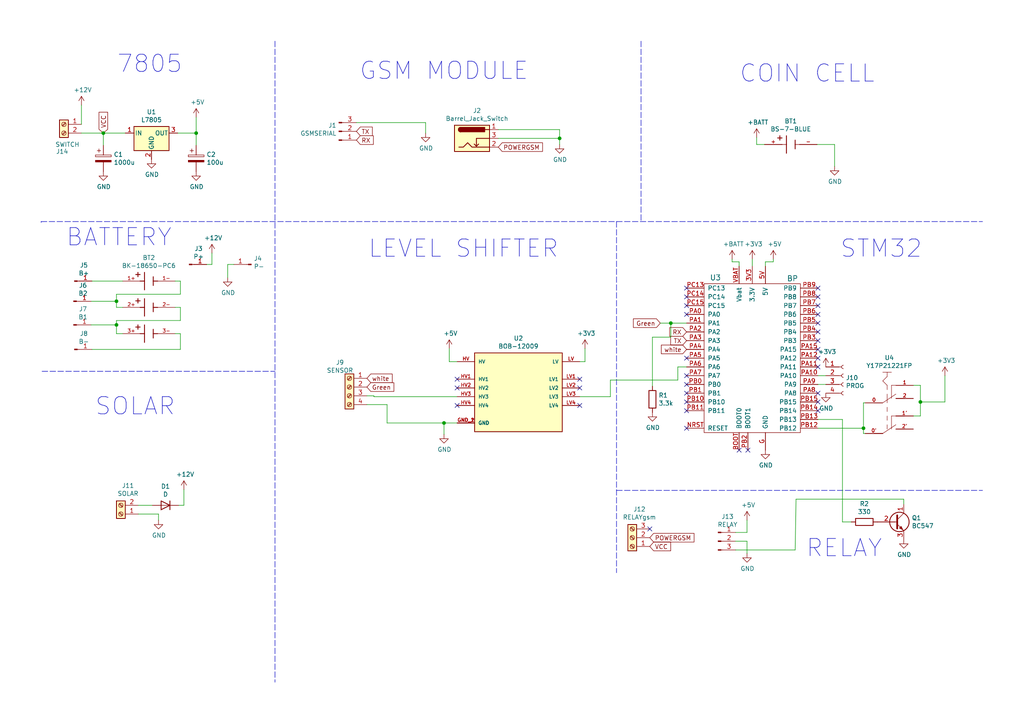
<source format=kicad_sch>
(kicad_sch (version 20211123) (generator eeschema)
  (paper "A4")
  (title_block (title "DATA DIGGER") (date "2022-09-02") (rev "1.0") (company "OSTRON ELECTRONICS"))
  (lib_symbols
    (symbol "BK-18650-PC6:BK-18650-PC6" (pin_names (offset 1.016) hide)
      (property "Reference" "BT" (at -3.81 11.43 0))
      (property "Value" "BK-18650-PC6" (at -3.81 -12.7 0))
      (symbol "BK-18650-PC6_0_0"
        (polyline (pts (xy -3.81 -5.715) (xy -2.54 -5.715)) (stroke (width 0.254)))
        (polyline (pts (xy -3.81 1.905) (xy -2.54 1.905)) (stroke (width 0.254)))
        (polyline (pts (xy -3.81 9.525) (xy -2.54 9.525)) (stroke (width 0.254)))
        (polyline (pts (xy -3.175 -5.08) (xy -3.175 -6.35)) (stroke (width 0.254)))
        (polyline (pts (xy -3.175 2.54) (xy -3.175 1.27)) (stroke (width 0.254)))
        (polyline (pts (xy -3.175 10.16) (xy -3.175 8.89)) (stroke (width 0.254)))
        (polyline (pts (xy -1.27 -7.62) (xy -2.54 -7.62)) (stroke (width 0.254)))
        (polyline (pts (xy -1.27 -7.62) (xy -1.27 -10.16)) (stroke (width 0.254)))
        (polyline (pts (xy -1.27 -5.08) (xy -1.27 -7.62)) (stroke (width 0.254)))
        (polyline (pts (xy -1.27 0) (xy -2.54 0)) (stroke (width 0.254)))
        (polyline (pts (xy -1.27 0) (xy -1.27 -2.54)) (stroke (width 0.254)))
        (polyline (pts (xy -1.27 2.54) (xy -1.27 0)) (stroke (width 0.254)))
        (polyline (pts (xy -1.27 7.62) (xy -2.54 7.62)) (stroke (width 0.254)))
        (polyline (pts (xy -1.27 7.62) (xy -1.27 5.08)) (stroke (width 0.254)))
        (polyline (pts (xy -1.27 10.16) (xy -1.27 7.62)) (stroke (width 0.254)))
        (polyline (pts (xy 1.27 -7.62) (xy 1.27 -8.89)) (stroke (width 0.254)))
        (polyline (pts (xy 1.27 -7.62) (xy 2.54 -7.62)) (stroke (width 0.254)))
        (polyline (pts (xy 1.27 -6.35) (xy 1.27 -7.62)) (stroke (width 0.254)))
        (polyline (pts (xy 1.27 0) (xy 1.27 -1.27)) (stroke (width 0.254)))
        (polyline (pts (xy 1.27 0) (xy 2.54 0)) (stroke (width 0.254)))
        (polyline (pts (xy 1.27 1.27) (xy 1.27 0)) (stroke (width 0.254)))
        (polyline (pts (xy 1.27 7.62) (xy 1.27 6.35)) (stroke (width 0.254)))
        (polyline (pts (xy 1.27 7.62) (xy 2.54 7.62)) (stroke (width 0.254)))
        (polyline (pts (xy 1.27 8.89) (xy 1.27 7.62)) (stroke (width 0.254)))
        (pin passive line (at -7.62 7.62 0) (length 5.08) (name "~") (number "1+"))
        (pin passive line (at 7.62 7.62 180) (length 5.08) (name "~") (number "1-"))
        (pin passive line (at -7.62 0 0) (length 5.08) (name "~") (number "2+"))
        (pin passive line (at 7.62 0 180) (length 5.08) (name "~") (number "2-"))
        (pin passive line (at -7.62 -7.62 0) (length 5.08) (name "~") (number "3+"))
        (pin passive line (at 7.62 -7.62 180) (length 5.08) (name "~") (number "3-"))
      )
    )
    (symbol "BOB-12009:BOB-12009" (pin_names (offset 1.016))
      (property "Reference" "U" (at -12.7 11.43 0))
      (property "Value" "BOB-12009" (at -12.7 -15.24 0))
      (symbol "BOB-12009_0_0"
        (rectangle (start -12.7 -12.7) (end 12.7 10.16) (stroke (width 0.254)) (fill (type background)))
        (pin power_in line (at 17.78 -10.16 180) (length 5.08) (name "GND") (number "GND_1"))
        (pin power_in line (at 17.78 -10.16 180) (length 5.08) (name "GND") (number "GND_2"))
        (pin bidirectional line (at 17.78 7.62 180) (length 5.08) (name "HV") (number "HV"))
        (pin bidirectional line (at 17.78 2.54 180) (length 5.08) (name "HV1") (number "HV1"))
        (pin bidirectional line (at 17.78 0 180) (length 5.08) (name "HV2") (number "HV2"))
        (pin bidirectional line (at 17.78 -2.54 180) (length 5.08) (name "HV3") (number "HV3"))
        (pin bidirectional line (at 17.78 -5.08 180) (length 5.08) (name "HV4") (number "HV4"))
        (pin bidirectional line (at -17.78 7.62 0) (length 5.08) (name "LV") (number "LV"))
        (pin bidirectional line (at -17.78 2.54 0) (length 5.08) (name "LV1") (number "LV1"))
        (pin bidirectional line (at -17.78 0 0) (length 5.08) (name "LV2") (number "LV2"))
        (pin bidirectional line (at -17.78 -2.54 0) (length 5.08) (name "LV3") (number "LV3"))
        (pin bidirectional line (at -17.78 -5.08 0) (length 5.08) (name "LV4") (number "LV4"))
      )
    )
    (symbol "BS-7-BLUE:BS-7-BLUE" (pin_names (offset 1.016) hide)
      (property "Reference" "BT" (at -3.81 3.81 0))
      (property "Value" "BS-7-BLUE" (at -3.81 -5.08 0))
      (symbol "BS-7-BLUE_0_0"
        (polyline (pts (xy -3.81 1.905) (xy -2.54 1.905)) (stroke (width 0.254)))
        (polyline (pts (xy -3.175 2.54) (xy -3.175 1.27)) (stroke (width 0.254)))
        (polyline (pts (xy -1.27 0) (xy -2.54 0)) (stroke (width 0.1524)))
        (polyline (pts (xy -1.27 0) (xy -1.27 -2.54)) (stroke (width 0.254)))
        (polyline (pts (xy -1.27 2.54) (xy -1.27 0)) (stroke (width 0.254)))
        (polyline (pts (xy 1.27 0) (xy 1.27 -1.27)) (stroke (width 0.254)))
        (polyline (pts (xy 1.27 0) (xy 2.54 0)) (stroke (width 0.1524)))
        (polyline (pts (xy 1.27 1.27) (xy 1.27 0)) (stroke (width 0.254)))
        (pin passive line (at -7.62 0 0) (length 5.08) (name "~") (number "+"))
        (pin passive line (at 7.62 0 180) (length 5.08) (name "~") (number "-"))
      )
    )
    (symbol "Connector:Barrel_Jack_Switch" (pin_names hide)
      (property "Reference" "J" (at 0 5.334 0))
      (property "Value" "Barrel_Jack_Switch" (at 0 -5.08 0))
      (symbol "Barrel_Jack_Switch_0_1"
        (rectangle (start -5.08 3.81) (end 5.08 -3.81) (stroke (width 0.254)) (fill (type background)))
        (arc (start -3.302 3.175) (mid -3.937 2.54) (end -3.302 1.905) (stroke (width 0.254)))
        (arc (start -3.302 3.175) (mid -3.937 2.54) (end -3.302 1.905) (stroke (width 0.254)) (fill (type outline)))
        (polyline (pts (xy 1.27 -2.286) (xy 1.905 -1.651)) (stroke (width 0.254)))
        (polyline (pts (xy 5.08 2.54) (xy 3.81 2.54)) (stroke (width 0.254)))
        (polyline (pts (xy 5.08 0) (xy 1.27 0) (xy 1.27 -2.286) (xy 0.635 -1.651)) (stroke (width 0.254)))
        (polyline (pts (xy -3.81 -2.54) (xy -2.54 -2.54) (xy -1.27 -1.27) (xy 0 -2.54) (xy 2.54 -2.54) (xy 5.08 -2.54)) (stroke (width 0.254)))
        (rectangle (start 3.683 3.175) (end -3.302 1.905) (stroke (width 0.254)) (fill (type outline)))
      )
      (symbol "Barrel_Jack_Switch_1_1"
        (pin passive line (at 7.62 2.54 180) (length 2.54) (name "~") (number "1"))
        (pin passive line (at 7.62 -2.54 180) (length 2.54) (name "~") (number "2"))
        (pin passive line (at 7.62 0 180) (length 2.54) (name "~") (number "3"))
      )
    )
    (symbol "Connector:Conn_01x01_Male" (pin_names (offset 1.016) hide)
      (property "Reference" "J" (at 0 2.54 0))
      (property "Value" "Conn_01x01_Male" (at 0 -2.54 0))
      (symbol "Conn_01x01_Male_1_1"
        (polyline (pts (xy 1.27 0) (xy 0.8636 0)) (stroke (width 0.1524)))
        (rectangle (start 0.8636 0.127) (end 0 -0.127) (stroke (width 0.1524)) (fill (type outline)))
        (pin passive line (at 5.08 0 180) (length 3.81) (name "Pin_1") (number "1"))
      )
    )
    (symbol "Connector:Conn_01x03_Male" (pin_names (offset 1.016) hide)
      (property "Reference" "J" (at 0 5.08 0))
      (property "Value" "Conn_01x03_Male" (at 0 -5.08 0))
      (symbol "Conn_01x03_Male_1_1"
        (polyline (pts (xy 1.27 -2.54) (xy 0.8636 -2.54)) (stroke (width 0.1524)))
        (polyline (pts (xy 1.27 0) (xy 0.8636 0)) (stroke (width 0.1524)))
        (polyline (pts (xy 1.27 2.54) (xy 0.8636 2.54)) (stroke (width 0.1524)))
        (rectangle (start 0.8636 -2.413) (end 0 -2.667) (stroke (width 0.1524)) (fill (type outline)))
        (rectangle (start 0.8636 0.127) (end 0 -0.127) (stroke (width 0.1524)) (fill (type outline)))
        (rectangle (start 0.8636 2.667) (end 0 2.413) (stroke (width 0.1524)) (fill (type outline)))
        (pin passive line (at 5.08 2.54 180) (length 3.81) (name "Pin_1") (number "1"))
        (pin passive line (at 5.08 0 180) (length 3.81) (name "Pin_2") (number "2"))
        (pin passive line (at 5.08 -2.54 180) (length 3.81) (name "Pin_3") (number "3"))
      )
    )
    (symbol "Connector:Conn_01x04_Female" (pin_names (offset 1.016) hide)
      (property "Reference" "J" (at 0 5.08 0))
      (property "Value" "Conn_01x04_Female" (at 0 -7.62 0))
      (symbol "Conn_01x04_Female_1_1"
        (arc (start 0 -4.572) (mid -0.508 -5.08) (end 0 -5.588) (stroke (width 0.1524)))
        (arc (start 0 -2.032) (mid -0.508 -2.54) (end 0 -3.048) (stroke (width 0.1524)))
        (polyline (pts (xy -1.27 -5.08) (xy -0.508 -5.08)) (stroke (width 0.1524)))
        (polyline (pts (xy -1.27 -2.54) (xy -0.508 -2.54)) (stroke (width 0.1524)))
        (polyline (pts (xy -1.27 0) (xy -0.508 0)) (stroke (width 0.1524)))
        (polyline (pts (xy -1.27 2.54) (xy -0.508 2.54)) (stroke (width 0.1524)))
        (arc (start 0 0.508) (mid -0.508 0) (end 0 -0.508) (stroke (width 0.1524)))
        (arc (start 0 3.048) (mid -0.508 2.54) (end 0 2.032) (stroke (width 0.1524)))
        (pin passive line (at -5.08 2.54 0) (length 3.81) (name "Pin_1") (number "1"))
        (pin passive line (at -5.08 0 0) (length 3.81) (name "Pin_2") (number "2"))
        (pin passive line (at -5.08 -2.54 0) (length 3.81) (name "Pin_3") (number "3"))
        (pin passive line (at -5.08 -5.08 0) (length 3.81) (name "Pin_4") (number "4"))
      )
    )
    (symbol "Connector:Screw_Terminal_01x02" (pin_names (offset 1.016) hide)
      (property "Reference" "J" (at 0 2.54 0))
      (property "Value" "Screw_Terminal_01x02" (at 0 -5.08 0))
      (symbol "Screw_Terminal_01x02_1_1"
        (rectangle (start -1.27 1.27) (end 1.27 -3.81) (stroke (width 0.254)) (fill (type background)))
        (circle (center 0 -2.54) (radius 0.635) (stroke (width 0.1524)))
        (polyline (pts (xy -0.5334 -2.2098) (xy 0.3302 -3.048)) (stroke (width 0.1524)))
        (polyline (pts (xy -0.5334 0.3302) (xy 0.3302 -0.508)) (stroke (width 0.1524)))
        (polyline (pts (xy -0.3556 -2.032) (xy 0.508 -2.8702)) (stroke (width 0.1524)))
        (polyline (pts (xy -0.3556 0.508) (xy 0.508 -0.3302)) (stroke (width 0.1524)))
        (circle (center 0 0) (radius 0.635) (stroke (width 0.1524)))
        (pin passive line (at -5.08 0 0) (length 3.81) (name "Pin_1") (number "1"))
        (pin passive line (at -5.08 -2.54 0) (length 3.81) (name "Pin_2") (number "2"))
      )
    )
    (symbol "Connector:Screw_Terminal_01x03" (pin_names (offset 1.016) hide)
      (property "Reference" "J" (at 0 5.08 0))
      (property "Value" "Screw_Terminal_01x03" (at 0 -5.08 0))
      (symbol "Screw_Terminal_01x03_1_1"
        (rectangle (start -1.27 3.81) (end 1.27 -3.81) (stroke (width 0.254)) (fill (type background)))
        (circle (center 0 -2.54) (radius 0.635) (stroke (width 0.1524)))
        (polyline (pts (xy -0.5334 -2.2098) (xy 0.3302 -3.048)) (stroke (width 0.1524)))
        (polyline (pts (xy -0.5334 0.3302) (xy 0.3302 -0.508)) (stroke (width 0.1524)))
        (polyline (pts (xy -0.5334 2.8702) (xy 0.3302 2.032)) (stroke (width 0.1524)))
        (polyline (pts (xy -0.3556 -2.032) (xy 0.508 -2.8702)) (stroke (width 0.1524)))
        (polyline (pts (xy -0.3556 0.508) (xy 0.508 -0.3302)) (stroke (width 0.1524)))
        (polyline (pts (xy -0.3556 3.048) (xy 0.508 2.2098)) (stroke (width 0.1524)))
        (circle (center 0 0) (radius 0.635) (stroke (width 0.1524)))
        (circle (center 0 2.54) (radius 0.635) (stroke (width 0.1524)))
        (pin passive line (at -5.08 2.54 0) (length 3.81) (name "Pin_1") (number "1"))
        (pin passive line (at -5.08 0 0) (length 3.81) (name "Pin_2") (number "2"))
        (pin passive line (at -5.08 -2.54 0) (length 3.81) (name "Pin_3") (number "3"))
      )
    )
    (symbol "Connector:Screw_Terminal_01x04" (pin_names (offset 1.016) hide)
      (property "Reference" "J" (at 0 5.08 0))
      (property "Value" "Screw_Terminal_01x04" (at 0 -7.62 0))
      (symbol "Screw_Terminal_01x04_1_1"
        (rectangle (start -1.27 3.81) (end 1.27 -6.35) (stroke (width 0.254)) (fill (type background)))
        (circle (center 0 -5.08) (radius 0.635) (stroke (width 0.1524)))
        (circle (center 0 -2.54) (radius 0.635) (stroke (width 0.1524)))
        (polyline (pts (xy -0.5334 -4.7498) (xy 0.3302 -5.588)) (stroke (width 0.1524)))
        (polyline (pts (xy -0.5334 -2.2098) (xy 0.3302 -3.048)) (stroke (width 0.1524)))
        (polyline (pts (xy -0.5334 0.3302) (xy 0.3302 -0.508)) (stroke (width 0.1524)))
        (polyline (pts (xy -0.5334 2.8702) (xy 0.3302 2.032)) (stroke (width 0.1524)))
        (polyline (pts (xy -0.3556 -4.572) (xy 0.508 -5.4102)) (stroke (width 0.1524)))
        (polyline (pts (xy -0.3556 -2.032) (xy 0.508 -2.8702)) (stroke (width 0.1524)))
        (polyline (pts (xy -0.3556 0.508) (xy 0.508 -0.3302)) (stroke (width 0.1524)))
        (polyline (pts (xy -0.3556 3.048) (xy 0.508 2.2098)) (stroke (width 0.1524)))
        (circle (center 0 0) (radius 0.635) (stroke (width 0.1524)))
        (circle (center 0 2.54) (radius 0.635) (stroke (width 0.1524)))
        (pin passive line (at -5.08 2.54 0) (length 3.81) (name "Pin_1") (number "1"))
        (pin passive line (at -5.08 0 0) (length 3.81) (name "Pin_2") (number "2"))
        (pin passive line (at -5.08 -2.54 0) (length 3.81) (name "Pin_3") (number "3"))
        (pin passive line (at -5.08 -5.08 0) (length 3.81) (name "Pin_4") (number "4"))
      )
    )
    (symbol "Device:D" (pin_numbers hide) (pin_names (offset 1.016) hide)
      (property "Reference" "D" (at 0 2.54 0))
      (property "Value" "D" (at 0 -2.54 0))
      (symbol "D_0_1"
        (polyline (pts (xy -1.27 1.27) (xy -1.27 -1.27)) (stroke (width 0.254)))
        (polyline (pts (xy 1.27 0) (xy -1.27 0)))
        (polyline (pts (xy 1.27 1.27) (xy 1.27 -1.27) (xy -1.27 0) (xy 1.27 1.27)) (stroke (width 0.254)))
      )
      (symbol "D_1_1"
        (pin passive line (at -3.81 0 0) (length 2.54) (name "K") (number "1"))
        (pin passive line (at 3.81 0 180) (length 2.54) (name "A") (number "2"))
      )
    )
    (symbol "Device:R" (pin_numbers hide) (pin_names (offset 0))
      (property "Reference" "R" (at 2.032 0 90))
      (property "Value" "R" (at 0 0 90))
      (symbol "R_0_1"
        (rectangle (start -1.016 -2.54) (end 1.016 2.54) (stroke (width 0.254)))
      )
      (symbol "R_1_1"
        (pin passive line (at 0 3.81 270) (length 1.27) (name "~") (number "1"))
        (pin passive line (at 0 -3.81 90) (length 1.27) (name "~") (number "2"))
      )
    )
    (symbol "OstronElectronicsStack-rescue:+3.3V-power" (power) (pin_names (offset 0))
      (property "Value" "+3.3V-power" (at 0 3.556 0))
      (symbol "+3.3V-power_0_1"
        (polyline (pts (xy -0.762 1.27) (xy 0 2.54)))
        (polyline (pts (xy 0 0) (xy 0 2.54)))
        (polyline (pts (xy 0 2.54) (xy 0.762 1.27)))
      )
      (symbol "+3.3V-power_1_1"
        (pin power_in line (at 0 0 90) (length 0) hide (name "+3V3") (number "1"))
      )
    )
    (symbol "OstronElectronicsStack-rescue:CP-Device" (pin_numbers hide) (pin_names (offset 0.254))
      (property "Reference" "C" (at 0.635 2.54 0))
      (property "Value" "CP-Device" (at 0.635 -2.54 0))
      (symbol "CP-Device_0_1"
        (rectangle (start -2.286 0.508) (end 2.286 1.016))
        (polyline (pts (xy -1.778 2.286) (xy -0.762 2.286)))
        (polyline (pts (xy -1.27 2.794) (xy -1.27 1.778)))
        (rectangle (start 2.286 -0.508) (end -2.286 -1.016) (fill (type outline)))
      )
      (symbol "CP-Device_1_1"
        (pin passive line (at 0 3.81 270) (length 2.794) (name "~") (number "1"))
        (pin passive line (at 0 -3.81 90) (length 2.794) (name "~") (number "2"))
      )
    )
    (symbol "Regulator_Linear:L7805" (pin_names (offset 0.254))
      (property "Reference" "U" (at -3.81 3.175 0))
      (property "Value" "L7805" (at 0 3.175 0))
      (symbol "L7805_0_1"
        (rectangle (start -5.08 1.905) (end 5.08 -5.08) (stroke (width 0.254)) (fill (type background)))
      )
      (symbol "L7805_1_1"
        (pin power_in line (at -7.62 0 0) (length 2.54) (name "IN") (number "1"))
        (pin power_in line (at 0 -7.62 90) (length 2.54) (name "GND") (number "2"))
        (pin power_out line (at 7.62 0 180) (length 2.54) (name "OUT") (number "3"))
      )
    )
    (symbol "Transistor_BJT:BC547" (pin_names (offset 0) hide)
      (property "Reference" "Q" (at 5.08 1.905 0))
      (property "Value" "BC547" (at 5.08 0 0))
      (symbol "BC547_0_1"
        (polyline (pts (xy 0 0) (xy 0.635 0)))
        (polyline (pts (xy 0.635 0.635) (xy 2.54 2.54)))
        (polyline (pts (xy 0.635 -0.635) (xy 2.54 -2.54) (xy 2.54 -2.54)))
        (polyline (pts (xy 0.635 1.905) (xy 0.635 -1.905) (xy 0.635 -1.905)) (stroke (width 0.508)))
        (polyline (pts (xy 1.27 -1.778) (xy 1.778 -1.27) (xy 2.286 -2.286) (xy 1.27 -1.778) (xy 1.27 -1.778)) (fill (type outline)))
        (circle (center 1.27 0) (radius 2.8194) (stroke (width 0.254)))
      )
      (symbol "BC547_1_1"
        (pin passive line (at 2.54 5.08 270) (length 2.54) (name "C") (number "1"))
        (pin input line (at -5.08 0 0) (length 5.08) (name "B") (number "2"))
        (pin passive line (at 2.54 -5.08 90) (length 2.54) (name "E") (number "3"))
      )
    )
    (symbol "Y17P21221FP:Y17P21221FP" (pin_names (offset 1.016) hide)
      (property "Reference" "U" (at -8.89 3.81 0))
      (property "Value" "Y17P21221FP" (at -8.89 -19.0754 0))
      (symbol "Y17P21221FP_0_0"
        (polyline (pts (xy -1.27 -15.24) (xy -3.81 -15.24)) (stroke (width 0.127)))
        (polyline (pts (xy -1.27 -6.35) (xy -3.81 -6.35)) (stroke (width 0.127)))
        (polyline (pts (xy -1.27 0) (xy 0 -1.27)) (stroke (width 0.127)))
        (polyline (pts (xy -1.27 2.54) (xy 0 2.54)) (stroke (width 0.127)))
        (polyline (pts (xy 0 -12.7) (xy 0 -13.97)) (stroke (width 0.127)))
        (polyline (pts (xy 0 -10.16) (xy 0 -11.43)) (stroke (width 0.127)))
        (polyline (pts (xy 0 -7.62) (xy 0 -8.89)) (stroke (width 0.127)))
        (polyline (pts (xy 0 -3.81) (xy 0 -6.35)) (stroke (width 0.127)))
        (polyline (pts (xy 0 -1.27) (xy 0 -2.54)) (stroke (width 0.127)))
        (polyline (pts (xy 0 1.27) (xy -1.27 0)) (stroke (width 0.127)))
        (polyline (pts (xy 0 2.54) (xy 0 1.27)) (stroke (width 0.127)))
        (polyline (pts (xy 0 2.54) (xy 1.27 2.54)) (stroke (width 0.127)))
        (polyline (pts (xy 1.27 -13.97) (xy 1.27 -10.16)) (stroke (width 0.127)))
        (polyline (pts (xy 1.27 -10.16) (xy 5.08 -10.16)) (stroke (width 0.127)))
        (polyline (pts (xy 1.27 -1.27) (xy 1.27 -5.08)) (stroke (width 0.127)))
        (polyline (pts (xy 1.27 -1.27) (xy 5.08 -1.27)) (stroke (width 0.127)))
        (polyline (pts (xy 2.54 -13.97) (xy 5.08 -13.97)) (stroke (width 0.127)))
        (polyline (pts (xy 2.54 -12.7) (xy -1.27 -15.24)) (stroke (width 0.127)))
        (polyline (pts (xy 2.54 -5.08) (xy 5.08 -5.08)) (stroke (width 0.127)))
        (polyline (pts (xy 2.54 -3.81) (xy -1.27 -6.35)) (stroke (width 0.127)))
        (pin passive line (at -6.35 -6.35 0) (length 5.08) (name "~") (number "0"))
        (pin passive line (at -6.35 -15.24 0) (length 5.08) (name "~") (number "0'"))
        (pin passive line (at 7.62 -1.27 180) (length 5.08) (name "~") (number "1"))
        (pin passive line (at 7.62 -10.16 180) (length 5.08) (name "~") (number "1'"))
        (pin passive line (at 7.62 -5.08 180) (length 5.08) (name "~") (number "2"))
        (pin passive line (at 7.62 -13.97 180) (length 5.08) (name "~") (number "2'"))
      )
    )
    (symbol "bp:BP" (pin_names (offset 1.016))
      (property "Reference" "U" (at -12.7 22.86 0))
      (property "Value" "BP" (at 7.62 -24.13 0))
      (symbol "BP_0_1"
        (rectangle (start -13.97 21.59) (end 13.97 -21.59))
      )
      (symbol "BP_1_1"
        (pin power_out line (at 0 26.67 270) (length 5.08) (name "3.3V") (number "3V3"))
        (pin power_out line (at 3.81 26.67 270) (length 5.08) (name "5V") (number "5V"))
        (pin input line (at -3.81 -26.67 90) (length 5.08) (name "BOOT0") (number "BOOT"))
        (pin power_out line (at 3.81 -26.67 90) (length 5.08) (name "GND") (number "G"))
        (pin input line (at -19.05 -20.32 0) (length 5.08) (name "RESET") (number "NRST"))
        (pin bidirectional line (at -19.05 12.7 0) (length 5.08) (name "PA0") (number "PA0"))
        (pin bidirectional line (at -19.05 10.16 0) (length 5.08) (name "PA1") (number "PA1"))
        (pin bidirectional line (at 19.05 -5.08 180) (length 5.08) (name "PA10") (number "PA10"))
        (pin bidirectional line (at 19.05 -2.54 180) (length 5.08) (name "PA11") (number "PA11"))
        (pin bidirectional line (at 19.05 0 180) (length 5.08) (name "PA12") (number "PA12"))
        (pin bidirectional line (at 19.05 2.54 180) (length 5.08) (name "PA15") (number "PA15"))
        (pin bidirectional line (at -19.05 7.62 0) (length 5.08) (name "PA2") (number "PA2"))
        (pin bidirectional line (at -19.05 5.08 0) (length 5.08) (name "PA3") (number "PA3"))
        (pin bidirectional line (at -19.05 2.54 0) (length 5.08) (name "PA4") (number "PA4"))
        (pin bidirectional line (at -19.05 0 0) (length 5.08) (name "PA5") (number "PA5"))
        (pin bidirectional line (at -19.05 -2.54 0) (length 5.08) (name "PA6") (number "PA6"))
        (pin bidirectional line (at -19.05 -5.08 0) (length 5.08) (name "PA7") (number "PA7"))
        (pin bidirectional line (at 19.05 -10.16 180) (length 5.08) (name "PA8") (number "PA8"))
        (pin bidirectional line (at 19.05 -7.62 180) (length 5.08) (name "PA9") (number "PA9"))
        (pin bidirectional line (at -19.05 -7.62 0) (length 5.08) (name "PB0") (number "PB0"))
        (pin bidirectional line (at -19.05 -10.16 0) (length 5.08) (name "PB1") (number "PB1"))
        (pin bidirectional line (at -19.05 -12.7 0) (length 5.08) (name "PB10") (number "PB10"))
        (pin bidirectional line (at -19.05 -15.24 0) (length 5.08) (name "PB11") (number "PB11"))
        (pin bidirectional line (at 19.05 -20.32 180) (length 5.08) (name "PB12") (number "PB12"))
        (pin bidirectional line (at 19.05 -17.78 180) (length 5.08) (name "PB13") (number "PB13"))
        (pin bidirectional line (at 19.05 -15.24 180) (length 5.08) (name "PB14") (number "PB14"))
        (pin bidirectional line (at 19.05 -12.7 180) (length 5.08) (name "PB15") (number "PB15"))
        (pin input line (at -1.27 -26.67 90) (length 5.08) (name "BOOT1") (number "PB2"))
        (pin bidirectional line (at 19.05 5.08 180) (length 5.08) (name "PB3") (number "PB3"))
        (pin bidirectional line (at 19.05 7.62 180) (length 5.08) (name "PB4") (number "PB4"))
        (pin bidirectional line (at 19.05 10.16 180) (length 5.08) (name "PB5") (number "PB5"))
        (pin bidirectional line (at 19.05 12.7 180) (length 5.08) (name "PB6") (number "PB6"))
        (pin bidirectional line (at 19.05 15.24 180) (length 5.08) (name "PB7") (number "PB7"))
        (pin bidirectional line (at 19.05 17.78 180) (length 5.08) (name "PB8") (number "PB8"))
        (pin bidirectional line (at 19.05 20.32 180) (length 5.08) (name "PB9") (number "PB9"))
        (pin bidirectional line (at -19.05 20.32 0) (length 5.08) (name "PC13") (number "PC13"))
        (pin bidirectional line (at -19.05 17.78 0) (length 5.08) (name "PC14") (number "PC14"))
        (pin bidirectional line (at -19.05 15.24 0) (length 5.08) (name "PC15") (number "PC15"))
        (pin power_in line (at -3.81 26.67 270) (length 5.08) (name "Vbat") (number "VBAT"))
      )
    )
    (symbol "power:+12V" (power) (pin_names (offset 0))
      (property "Value" "+12V" (at 0 3.556 0))
      (symbol "+12V_0_1"
        (polyline (pts (xy -0.762 1.27) (xy 0 2.54)))
        (polyline (pts (xy 0 0) (xy 0 2.54)))
        (polyline (pts (xy 0 2.54) (xy 0.762 1.27)))
      )
      (symbol "+12V_1_1"
        (pin power_in line (at 0 0 90) (length 0) hide (name "+12V") (number "1"))
      )
    )
    (symbol "power:+5V" (power) (pin_names (offset 0))
      (property "Value" "+5V" (at 0 3.556 0))
      (symbol "+5V_0_1"
        (polyline (pts (xy -0.762 1.27) (xy 0 2.54)))
        (polyline (pts (xy 0 0) (xy 0 2.54)))
        (polyline (pts (xy 0 2.54) (xy 0.762 1.27)))
      )
      (symbol "+5V_1_1"
        (pin power_in line (at 0 0 90) (length 0) hide (name "+5V") (number "1"))
      )
    )
    (symbol "power:+BATT" (power) (pin_names (offset 0))
      (property "Value" "+BATT" (at 0 3.556 0))
      (symbol "+BATT_0_1"
        (polyline (pts (xy -0.762 1.27) (xy 0 2.54)))
        (polyline (pts (xy 0 0) (xy 0 2.54)))
        (polyline (pts (xy 0 2.54) (xy 0.762 1.27)))
      )
      (symbol "+BATT_1_1"
        (pin power_in line (at 0 0 90) (length 0) hide (name "+BATT") (number "1"))
      )
    )
    (symbol "power:GND" (power) (pin_names (offset 0))
      (property "Value" "GND" (at 0 -3.81 0))
      (symbol "GND_0_1"
        (polyline (pts (xy 0 0) (xy 0 -1.27) (xy 1.27 -1.27) (xy 0 -2.54) (xy -1.27 -1.27) (xy 0 -1.27)))
      )
      (symbol "GND_1_1"
        (pin power_in line (at 0 0 270) (length 0) hide (name "GND") (number "1"))
      )
    )
  )
  (junction (at 33.782 87.376))
  (junction (at 128.778 122.682))
  (junction (at 266.954 116.586))
  (junction (at 162.306 40.132))
  (junction (at 250.444 124.206))
  (junction (at 29.972 38.608))
  (junction (at 56.896 38.608))
  (junction (at 33.782 94.234))
  (junction (at 194.564 93.726))
  (no_connect (at 237.236 103.886))
  (no_connect (at 199.136 111.506))
  (no_connect (at 237.236 101.346))
  (no_connect (at 199.136 108.966))
  (no_connect (at 237.236 88.646))
  (no_connect (at 199.136 124.206))
  (no_connect (at 168.148 112.522))
  (no_connect (at 168.148 109.982))
  (no_connect (at 237.236 98.806))
  (no_connect (at 199.136 83.566))
  (no_connect (at 199.136 91.186))
  (no_connect (at 237.236 119.126))
  (no_connect (at 237.236 106.426))
  (no_connect (at 237.236 83.566))
  (no_connect (at 132.588 109.982))
  (no_connect (at 237.236 114.046))
  (no_connect (at 237.236 86.106))
  (no_connect (at 168.148 117.602))
  (no_connect (at 199.136 114.046))
  (no_connect (at 237.236 96.266))
  (no_connect (at 237.236 91.186))
  (no_connect (at 199.136 86.106))
  (no_connect (at 199.136 103.886))
  (no_connect (at 216.916 130.556))
  (no_connect (at 237.236 93.726))
  (no_connect (at 199.136 88.646))
  (no_connect (at 214.376 130.556))
  (no_connect (at 199.136 116.586))
  (no_connect (at 237.236 116.586))
  (no_connect (at 132.588 117.602))
  (no_connect (at 199.136 119.126))
  (no_connect (at 132.588 112.522))
  (no_connect (at 188.468 153.416))
  (wire (pts (xy 112.268 122.682) (xy 128.778 122.682)))
  (wire (pts (xy 26.67 101.346) (xy 52.324 101.346)))
  (polyline (pts (xy 11.938 64.262) (xy 284.988 64.262)))
  (wire (pts (xy 214.376 75.946) (xy 214.376 77.216)))
  (wire (pts (xy 108.458 114.808) (xy 106.426 114.808)))
  (wire (pts (xy 237.236 111.506) (xy 239.522 111.506)))
  (wire (pts (xy 237.236 124.206) (xy 250.444 124.206)))
  (wire (pts (xy 266.954 116.586) (xy 266.954 120.65)))
  (wire (pts (xy 45.974 149.098) (xy 45.974 150.876)))
  (wire (pts (xy 33.782 92.964) (xy 33.782 94.234)))
  (wire (pts (xy 52.324 81.534) (xy 50.8 81.534)))
  (wire (pts (xy 250.952 116.84) (xy 250.444 116.84)))
  (wire (pts (xy 23.622 30.48) (xy 23.622 36.068)))
  (wire (pts (xy 264.922 111.76) (xy 266.954 111.76)))
  (wire (pts (xy 132.588 122.682) (xy 128.778 122.682)))
  (wire (pts (xy 144.526 37.592) (xy 162.306 37.592)))
  (wire (pts (xy 216.662 154.432) (xy 216.662 150.876)))
  (wire (pts (xy 52.324 89.154) (xy 52.324 92.964)))
  (wire (pts (xy 250.444 116.84) (xy 250.444 124.206)))
  (wire (pts (xy 130.302 101.092) (xy 130.302 104.902)))
  (wire (pts (xy 35.56 89.154) (xy 33.782 89.154)))
  (wire (pts (xy 33.782 87.376) (xy 33.782 85.344)))
  (wire (pts (xy 236.982 41.91) (xy 242.062 41.91)))
  (wire (pts (xy 51.816 146.558) (xy 53.34 146.558)))
  (wire (pts (xy 52.324 85.344) (xy 52.324 81.534)))
  (wire (pts (xy 33.782 85.344) (xy 52.324 85.344)))
  (polyline (pts (xy 11.938 64.262) (xy 11.938 64.516)))
  (wire (pts (xy 221.996 75.946) (xy 221.996 77.216)))
  (wire (pts (xy 123.444 35.56) (xy 123.444 38.608)))
  (wire (pts (xy 189.23 112.014) (xy 189.23 97.79)))
  (wire (pts (xy 274.066 108.966) (xy 274.066 116.586)))
  (wire (pts (xy 162.306 40.132) (xy 162.306 41.91)))
  (wire (pts (xy 53.34 146.558) (xy 53.34 141.986)))
  (wire (pts (xy 56.896 34.036) (xy 56.896 38.608)))
  (wire (pts (xy 108.458 115.062) (xy 108.458 114.808)))
  (wire (pts (xy 230.886 144.78) (xy 230.632 159.512)))
  (wire (pts (xy 33.782 96.774) (xy 35.56 96.774)))
  (wire (pts (xy 112.268 117.348) (xy 112.268 122.682)))
  (wire (pts (xy 191.516 93.726) (xy 194.564 93.726)))
  (polyline (pts (xy 79.756 11.938) (xy 79.756 197.866)))
  (wire (pts (xy 196.596 106.426) (xy 199.136 106.426)))
  (wire (pts (xy 130.302 104.902) (xy 132.588 104.902)))
  (wire (pts (xy 40.132 146.558) (xy 44.196 146.558)))
  (wire (pts (xy 266.954 120.65) (xy 264.922 120.65)))
  (wire (pts (xy 26.416 87.376) (xy 33.782 87.376)))
  (wire (pts (xy 29.972 38.608) (xy 36.322 38.608)))
  (wire (pts (xy 250.444 124.206) (xy 250.444 125.73)))
  (wire (pts (xy 194.564 93.726) (xy 199.136 93.726)))
  (wire (pts (xy 212.344 75.184) (xy 212.344 75.946)))
  (wire (pts (xy 244.348 121.666) (xy 244.348 151.384)))
  (polyline (pts (xy 178.816 64.262) (xy 178.816 166.116)))
  (wire (pts (xy 213.36 156.972) (xy 216.662 156.972)))
  (wire (pts (xy 224.282 75.946) (xy 221.996 75.946)))
  (wire (pts (xy 51.562 38.608) (xy 56.896 38.608)))
  (wire (pts (xy 67.818 76.708) (xy 66.04 76.708)))
  (wire (pts (xy 239.522 108.966) (xy 237.236 108.966)))
  (wire (pts (xy 162.306 37.592) (xy 162.306 40.132)))
  (wire (pts (xy 23.622 38.608) (xy 29.972 38.608)))
  (wire (pts (xy 230.632 159.512) (xy 213.36 159.512)))
  (wire (pts (xy 262.128 146.304) (xy 262.128 144.78)))
  (wire (pts (xy 224.282 75.184) (xy 224.282 75.946)))
  (wire (pts (xy 52.324 101.346) (xy 52.324 96.774)))
  (wire (pts (xy 262.128 144.78) (xy 230.886 144.78)))
  (wire (pts (xy 194.564 97.79) (xy 194.564 93.726)))
  (wire (pts (xy 177.038 115.062) (xy 177.038 110.236)))
  (wire (pts (xy 250.444 125.73) (xy 250.952 125.73)))
  (wire (pts (xy 218.186 75.184) (xy 218.186 77.216)))
  (wire (pts (xy 33.782 94.234) (xy 33.782 96.774)))
  (wire (pts (xy 103.378 35.56) (xy 123.444 35.56)))
  (wire (pts (xy 128.778 122.682) (xy 128.778 125.984)))
  (wire (pts (xy 52.324 92.964) (xy 33.782 92.964)))
  (wire (pts (xy 266.954 111.76) (xy 266.954 116.586)))
  (wire (pts (xy 26.416 94.234) (xy 33.782 94.234)))
  (wire (pts (xy 40.132 149.098) (xy 45.974 149.098)))
  (wire (pts (xy 213.36 154.432) (xy 216.662 154.432)))
  (wire (pts (xy 169.672 104.902) (xy 169.672 101.092)))
  (wire (pts (xy 212.344 75.946) (xy 214.376 75.946)))
  (wire (pts (xy 242.062 41.91) (xy 242.062 48.26)))
  (wire (pts (xy 52.324 96.774) (xy 50.8 96.774)))
  (wire (pts (xy 168.148 104.902) (xy 169.672 104.902)))
  (wire (pts (xy 26.67 81.534) (xy 35.56 81.534)))
  (wire (pts (xy 66.04 76.708) (xy 66.04 80.518)))
  (wire (pts (xy 56.896 38.608) (xy 56.896 42.164)))
  (wire (pts (xy 33.782 89.154) (xy 33.782 87.376)))
  (wire (pts (xy 168.148 115.062) (xy 177.038 115.062)))
  (wire (pts (xy 244.348 151.384) (xy 246.888 151.384)))
  (wire (pts (xy 274.066 116.586) (xy 266.954 116.586)))
  (wire (pts (xy 29.972 42.164) (xy 29.972 38.608)))
  (wire (pts (xy 196.596 110.236) (xy 196.596 106.426)))
  (wire (pts (xy 219.456 41.91) (xy 221.742 41.91)))
  (wire (pts (xy 132.588 115.062) (xy 108.458 115.062)))
  (wire (pts (xy 177.038 110.236) (xy 196.596 110.236)))
  (wire (pts (xy 106.426 117.348) (xy 112.268 117.348)))
  (wire (pts (xy 144.526 40.132) (xy 162.306 40.132)))
  (wire (pts (xy 219.456 39.878) (xy 219.456 41.91)))
  (wire (pts (xy 216.662 156.972) (xy 216.662 160.528)))
  (polyline (pts (xy 12.192 107.696) (xy 79.756 107.696)))
  (wire (pts (xy 237.236 121.666) (xy 244.348 121.666)))
  (wire (pts (xy 61.468 76.708) (xy 59.944 76.708)))
  (wire (pts (xy 189.23 97.79) (xy 194.564 97.79)))
  (wire (pts (xy 50.8 89.154) (xy 52.324 89.154)))
  (wire (pts (xy 61.468 73.406) (xy 61.468 76.708)))
  (polyline (pts (xy 178.816 142.24) (xy 284.988 142.24)))
  (polyline (pts (xy 185.928 11.938) (xy 185.928 64.262)))
  (text "STM32" (at 243.586 75.184 0) (effects (font (size 5.0038 5.0038)) (justify left bottom)))
  (text "7805" (at 33.782 21.59 0) (effects (font (size 5.0038 5.0038)) (justify left bottom)))
  (text "SOLAR" (at 27.432 120.904 0) (effects (font (size 5.0038 5.0038)) (justify left bottom)))
  (text "RELAY" (at 233.68 162.052 0) (effects (font (size 5.0038 5.0038)) (justify left bottom)))
  (text "LEVEL SHIFTER" (at 106.68 75.184 0) (effects (font (size 5.0038 5.0038)) (justify left bottom)))
  (text "BATTERY" (at 19.05 71.882 0) (effects (font (size 5.0038 5.0038)) (justify left bottom)))
  (text "GSM MODULE" (at 104.14 23.622 0) (effects (font (size 5.0038 5.0038)) (justify left bottom)))
  (text "COIN CELL" (at 214.376 24.384 0) (effects (font (size 5.0038 5.0038)) (justify left bottom)))
  (global_label "RX" (shape input) (at 199.136 96.266 180) (property "Intersheet References" "${INTERSHEET_REFS}" (effects hide)))
  (global_label "POWERGSM" (shape input) (at 144.526 42.672 0) (property "Intersheet References" "${INTERSHEET_REFS}" (effects hide)))
  (global_label "TX" (shape input) (at 199.136 98.806 180) (property "Intersheet References" "${INTERSHEET_REFS}" (effects hide)))
  (global_label "white" (shape input) (at 106.426 109.728 0) (property "Intersheet References" "${INTERSHEET_REFS}" (effects hide)))
  (global_label "TX" (shape input) (at 103.378 38.1 0) (property "Intersheet References" "${INTERSHEET_REFS}" (effects hide)))
  (global_label "Green" (shape input) (at 106.426 112.268 0) (property "Intersheet References" "${INTERSHEET_REFS}" (effects hide)))
  (global_label "white" (shape input) (at 199.136 101.346 180) (property "Intersheet References" "${INTERSHEET_REFS}" (effects hide)))
  (global_label "POWERGSM" (shape input) (at 188.468 155.956 0) (property "Intersheet References" "${INTERSHEET_REFS}" (effects hide)))
  (global_label "VCC" (shape input) (at 29.972 38.608 90) (property "Intersheet References" "${INTERSHEET_REFS}" (effects hide)))
  (global_label "RX" (shape input) (at 103.378 40.64 0) (property "Intersheet References" "${INTERSHEET_REFS}" (effects hide)))
  (global_label "VCC" (shape input) (at 188.468 158.496 0) (property "Intersheet References" "${INTERSHEET_REFS}" (effects hide)))
  (global_label "Green" (shape input) (at 191.516 93.726 180) (property "Intersheet References" "${INTERSHEET_REFS}" (effects hide)))
  (symbol (lib_id "bp:BP") (at 218.186 103.886 0) (unit 1)
    (property "Reference" "U3" (at 207.518 80.518 0) (effects (font (size 1.524 1.524))))
    (property "Value" "BP" (at 229.87 80.772 0) (effects (font (size 1.524 1.524))))
    (property "Footprint" "blue-pill-kicad-master:blue_pill" (effects hide))
    (property "Datasheet" "https://www.electronicshub.org/getting-started-with-stm32f103c8t6-blue-pill/" (effects hide))
  )
  (symbol (lib_id "Regulator_Linear:L7805") (at 43.942 38.608 0) (unit 1)
    (property "Reference" "U1" (at 43.942 32.4612 0))
    (property "Value" "L7805" (at 43.942 34.7726 0))
    (property "Footprint" "Package_TO_SOT_THT:TO-220-3_Vertical" (effects hide))
    (property "Datasheet" "http://www.st.com/content/ccc/resource/technical/document/datasheet/41/4f/b3/b0/12/d4/47/88/CD00000444.pdf/files/CD00000444.pdf/jcr:content/translations/en.CD00000444.pdf" (effects hide))
  )
  (symbol (lib_id "OstronElectronicsStack-rescue:CP-Device") (at 29.972 45.974 0) (unit 1)
    (property "Reference" "C1" (at 32.9692 44.8056 0) (effects (justify left)))
    (property "Value" "1000u" (at 32.9692 47.117 0) (effects (justify left)))
    (property "Footprint" "Capacitor_THT:CP_Radial_D10.0mm_P5.00mm" (effects hide))
  )
  (symbol (lib_id "OstronElectronicsStack-rescue:CP-Device") (at 56.896 45.974 0) (unit 1)
    (property "Reference" "C2" (at 59.8932 44.8056 0) (effects (justify left)))
    (property "Value" "100u" (at 59.8932 47.117 0) (effects (justify left)))
    (property "Footprint" "Capacitor_THT:CP_Radial_D6.3mm_P2.50mm" (effects hide))
  )
  (symbol (lib_id "BS-7-BLUE:BS-7-BLUE") (at 229.362 41.91 0) (unit 1)
    (property "Reference" "BT1" (at 229.362 35.1282 0))
    (property "Value" "BS-7-BLUE" (at 229.362 37.4396 0))
    (property "Footprint" "BS-7-BLUE:BAT_BS-7-BLUE" (effects hide))
    (property "PACKAGE" "NONSTANDARD" (effects hide))
    (property "MF" "MPD" (effects hide))
    (property "PRICE" "None" (effects hide))
    (property "AVAILABILITY" "Unavailable" (effects hide))
    (property "DESCRIPTION" "Battery Holder _Open_ Coin, 20.0mm 1 Cell SMD _SMT_ Tab" (effects hide))
    (property "MP" "BS-7-BLUE" (effects hide))
  )
  (symbol (lib_id "BOB-12009:BOB-12009") (at 150.368 112.522 0) (mirror y) (unit 1)
    (property "Reference" "U2" (at 150.368 98.1202 0))
    (property "Value" "BOB-12009" (at 150.368 100.4316 0))
    (property "Footprint" "BOB-12009:CONV_BOB-12009" (effects hide))
    (property "PARTREV" "01" (effects hide))
    (property "MAXIMUM_PACKAGE_HEIGHT" "N/A" (effects hide))
    (property "MANUFACTURER" "SparkFun Electronics" (effects hide))
    (property "STANDARD" "Manufacturer Recommendations" (effects hide))
  )
  (symbol (lib_id "BK-18650-PC6:BK-18650-PC6") (at 43.18 89.154 0) (unit 1)
    (property "Reference" "BT2" (at 43.18 74.7522 0))
    (property "Value" "BK-18650-PC6" (at 43.18 77.0636 0))
    (property "Footprint" "BK-18650-PC6:BAT_BK-18650-PC6" (effects hide))
    (property "MANUFACTURER" "MPD" (effects hide))
    (property "MAXIMUM_PACKAGE_HEIGHT" "21.54 mm" (effects hide))
    (property "PARTREV" "N" (effects hide))
    (property "STANDARD" "Manufacturer Recommendations" (effects hide))
  )
  (symbol (lib_id "Connector:Conn_01x01_Male") (at 21.59 81.534 0) (unit 1)
    (property "Reference" "J5" (at 24.3332 76.9366 0))
    (property "Value" "B+" (at 24.3332 79.248 0))
    (property "Footprint" "Connector_PinHeader_2.54mm:PinHeader_1x01_P2.54mm_Vertical" (effects hide))
  )
  (symbol (lib_id "Connector:Conn_01x01_Male") (at 21.336 87.376 0) (unit 1)
    (property "Reference" "J6" (at 24.0792 82.7786 0))
    (property "Value" "B2" (at 24.0792 85.09 0))
    (property "Footprint" "Connector_PinHeader_2.54mm:PinHeader_1x01_P2.54mm_Vertical" (effects hide))
  )
  (symbol (lib_id "Connector:Conn_01x01_Male") (at 21.336 94.234 0) (unit 1)
    (property "Reference" "J7" (at 24.0792 89.6366 0))
    (property "Value" "B1" (at 24.0792 91.948 0))
    (property "Footprint" "Connector_PinHeader_2.54mm:PinHeader_1x01_P2.54mm_Vertical" (effects hide))
  )
  (symbol (lib_id "Connector:Conn_01x01_Male") (at 21.59 101.346 0) (unit 1)
    (property "Reference" "J8" (at 24.3332 96.7486 0))
    (property "Value" "B-" (at 24.3332 99.06 0))
    (property "Footprint" "Connector_PinHeader_2.54mm:PinHeader_1x01_P2.54mm_Vertical" (effects hide))
  )
  (symbol (lib_id "Transistor_BJT:BC547") (at 259.588 151.384 0) (unit 1)
    (property "Reference" "Q1" (at 264.4394 150.2156 0) (effects (justify left)))
    (property "Value" "BC547" (at 264.4394 152.527 0) (effects (justify left)))
    (property "Footprint" "Package_TO_SOT_THT:TO-92_Inline" (effects hide))
    (property "Datasheet" "http://www.fairchildsemi.com/ds/BC/BC547.pdf" (effects hide))
  )
  (symbol (lib_id "Device:R") (at 189.23 115.824 0) (unit 1)
    (property "Reference" "R1" (at 191.008 114.6556 0) (effects (justify left)))
    (property "Value" "3.3k" (at 191.008 116.967 0) (effects (justify left)))
    (property "Footprint" "Resistor_THT:R_Axial_DIN0207_L6.3mm_D2.5mm_P10.16mm_Horizontal" (effects hide))
  )
  (symbol (lib_id "Device:R") (at 250.698 151.384 270) (unit 1)
    (property "Reference" "R2" (at 250.698 146.1262 90))
    (property "Value" "330" (at 250.698 148.4376 90))
    (property "Footprint" "Resistor_THT:R_Axial_DIN0207_L6.3mm_D2.5mm_P10.16mm_Horizontal" (effects hide))
  )
  (symbol (lib_id "Y17P21221FP:Y17P21221FP") (at 257.302 110.49 0) (unit 1)
    (property "Reference" "U4" (at 257.937 103.759 0))
    (property "Value" "Y17P21221FP" (at 257.937 106.0704 0))
    (property "Footprint" "Y17P21221FP:SW_PVA2EEH21.7NV2" (effects hide))
  )
  (symbol (lib_id "power:GND") (at 242.062 48.26 0) (unit 1)
    (property "Reference" "#PWR09" (effects hide))
    (property "Value" "GND" (at 242.189 52.6542 0))
  )
  (symbol (lib_id "power:+5V") (at 56.896 34.036 0) (unit 1)
    (property "Reference" "#PWR02" (effects hide))
    (property "Value" "+5V" (at 57.277 29.6418 0))
  )
  (symbol (lib_id "power:GND") (at 43.942 46.228 0) (unit 1)
    (property "Reference" "#PWR05" (effects hide))
    (property "Value" "GND" (at 44.069 50.6222 0))
  )
  (symbol (lib_id "power:GND") (at 56.896 49.784 0) (unit 1)
    (property "Reference" "#PWR07" (effects hide))
    (property "Value" "GND" (at 57.023 54.1782 0))
  )
  (symbol (lib_id "power:GND") (at 29.972 49.784 0) (unit 1)
    (property "Reference" "#PWR06" (effects hide))
    (property "Value" "GND" (at 30.099 54.1782 0))
  )
  (symbol (lib_id "power:+12V") (at 61.468 73.406 0) (unit 1)
    (property "Reference" "#PWR010" (effects hide))
    (property "Value" "+12V" (at 61.849 69.0118 0))
  )
  (symbol (lib_id "power:+12V") (at 23.622 30.48 0) (unit 1)
    (property "Reference" "#PWR01" (effects hide))
    (property "Value" "+12V" (at 24.003 26.0858 0))
  )
  (symbol (lib_id "power:+BATT") (at 219.456 39.878 0) (unit 1)
    (property "Reference" "#PWR08" (effects hide))
    (property "Value" "+BATT" (at 219.837 35.4838 0))
  )
  (symbol (lib_id "power:+BATT") (at 212.344 75.184 0) (unit 1)
    (property "Reference" "#PWR012" (effects hide))
    (property "Value" "+BATT" (at 212.725 70.7898 0))
  )
  (symbol (lib_id "OstronElectronicsStack-rescue:+3.3V-power") (at 218.186 75.184 0) (unit 1)
    (property "Reference" "#PWR013" (effects hide))
    (property "Value" "+3.3V" (at 218.567 70.7898 0))
  )
  (symbol (lib_id "power:+5V") (at 224.282 75.184 0) (unit 1)
    (property "Reference" "#PWR014" (effects hide))
    (property "Value" "+5V" (at 224.663 70.7898 0))
  )
  (symbol (lib_id "power:GND") (at 221.996 130.556 0) (unit 1)
    (property "Reference" "#PWR024" (effects hide))
    (property "Value" "GND" (at 222.123 134.9502 0))
  )
  (symbol (lib_id "power:GND") (at 128.778 125.984 0) (unit 1)
    (property "Reference" "#PWR021" (effects hide))
    (property "Value" "GND" (at 128.905 130.3782 0))
  )
  (symbol (lib_id "OstronElectronicsStack-rescue:+3.3V-power") (at 169.672 101.092 0) (unit 1)
    (property "Reference" "#PWR016" (effects hide))
    (property "Value" "+3.3V" (at 170.053 96.6978 0))
  )
  (symbol (lib_id "power:+5V") (at 130.302 101.092 0) (unit 1)
    (property "Reference" "#PWR015" (effects hide))
    (property "Value" "+5V" (at 130.683 96.6978 0))
  )
  (symbol (lib_id "OstronElectronicsStack-rescue:+3.3V-power") (at 274.066 108.966 0) (unit 1)
    (property "Reference" "#PWR018" (effects hide))
    (property "Value" "+3.3V" (at 274.447 104.5718 0))
  )
  (symbol (lib_id "power:GND") (at 262.128 156.464 0) (unit 1)
    (property "Reference" "#PWR027" (effects hide))
    (property "Value" "GND" (at 262.255 160.8582 0))
  )
  (symbol (lib_id "Connector:Conn_01x01_Male") (at 54.864 76.708 0) (unit 1)
    (property "Reference" "J3" (at 57.6072 72.1106 0))
    (property "Value" "P+" (at 57.6072 74.422 0))
    (property "Footprint" "Connector_PinHeader_2.54mm:PinHeader_1x01_P2.54mm_Vertical" (effects hide))
  )
  (symbol (lib_id "Connector:Conn_01x01_Male") (at 72.898 76.708 180) (unit 1)
    (property "Reference" "J4" (at 73.6092 74.9808 0) (effects (justify right)))
    (property "Value" "P-" (at 73.6092 77.2922 0) (effects (justify right)))
    (property "Footprint" "Connector_PinHeader_2.54mm:PinHeader_1x01_P2.54mm_Vertical" (effects hide))
  )
  (symbol (lib_id "power:GND") (at 66.04 80.518 0) (unit 1)
    (property "Reference" "#PWR011" (effects hide))
    (property "Value" "GND" (at 66.167 84.9122 0))
  )
  (symbol (lib_id "power:GND") (at 189.23 119.634 0) (unit 1)
    (property "Reference" "#PWR023" (effects hide))
    (property "Value" "GND" (at 189.357 124.0282 0))
  )
  (symbol (lib_id "Connector:Conn_01x04_Female") (at 244.602 108.966 0) (unit 1)
    (property "Reference" "J10" (at 245.3132 109.5756 0) (effects (justify left)))
    (property "Value" "PROG" (at 245.3132 111.887 0) (effects (justify left)))
    (property "Footprint" "Connector_PinSocket_2.54mm:PinSocket_1x04_P2.54mm_Vertical" (effects hide))
  )
  (symbol (lib_id "OstronElectronicsStack-rescue:+3.3V-power") (at 239.522 106.426 0) (unit 1)
    (property "Reference" "#PWR017" (effects hide))
    (property "Value" "+3.3V" (at 239.903 102.0318 0))
  )
  (symbol (lib_id "power:GND") (at 239.522 114.046 0) (unit 1)
    (property "Reference" "#PWR020" (effects hide))
    (property "Value" "GND" (at 239.649 118.4402 0))
  )
  (symbol (lib_id "Connector:Conn_01x03_Male") (at 208.28 156.972 0) (unit 1)
    (property "Reference" "J13" (at 211.0232 149.8346 0))
    (property "Value" "RELAY" (at 211.0232 152.146 0))
    (property "Footprint" "Connector_PinHeader_2.54mm:PinHeader_1x03_P2.54mm_Vertical" (effects hide))
  )
  (symbol (lib_id "power:+5V") (at 216.662 150.876 0) (unit 1)
    (property "Reference" "#PWR025" (effects hide))
    (property "Value" "+5V" (at 217.043 146.4818 0))
  )
  (symbol (lib_id "power:GND") (at 216.662 160.528 0) (unit 1)
    (property "Reference" "#PWR028" (effects hide))
    (property "Value" "GND" (at 216.789 164.9222 0))
  )
  (symbol (lib_id "Connector:Screw_Terminal_01x02") (at 35.052 149.098 180) (unit 1)
    (property "Reference" "J11" (at 37.1348 140.843 0))
    (property "Value" "SOLAR" (at 37.1348 143.1544 0))
    (property "Footprint" "TerminalBlock_Phoenix:TerminalBlock_Phoenix_MKDS-1,5-2-5.08_1x02_P5.08mm_Horizontal" (effects hide))
  )
  (symbol (lib_id "Connector:Screw_Terminal_01x04") (at 101.346 112.268 0) (mirror y) (unit 1)
    (property "Reference" "J9" (at 98.6028 105.1306 0))
    (property "Value" "SENSOR" (at 98.6028 107.442 0))
    (property "Footprint" "TerminalBlock_Phoenix:TerminalBlock_Phoenix_MKDS-1,5-4-5.08_1x04_P5.08mm_Horizontal" (effects hide))
  )
  (symbol (lib_id "Connector:Conn_01x03_Male") (at 98.298 38.1 0) (mirror x) (unit 1)
    (property "Reference" "J1" (at 97.6122 36.3728 0) (effects (justify right)))
    (property "Value" "GSMSERIAL" (at 97.6122 38.6842 0) (effects (justify right)))
    (property "Footprint" "Connector_PinHeader_2.54mm:PinHeader_1x03_P2.54mm_Vertical" (effects hide))
  )
  (symbol (lib_id "power:GND") (at 123.444 38.608 0) (unit 1)
    (property "Reference" "#PWR03" (effects hide))
    (property "Value" "GND" (at 123.571 43.0022 0))
  )
  (symbol (lib_id "Connector:Barrel_Jack_Switch") (at 136.906 40.132 0) (unit 1)
    (property "Reference" "J2" (at 138.3538 32.0802 0))
    (property "Value" "Barrel_Jack_Switch" (at 138.3538 34.3916 0))
    (property "Footprint" "Connector_BarrelJack:BarrelJack_Horizontal" (effects hide))
  )
  (symbol (lib_id "Connector:Screw_Terminal_01x03") (at 183.388 155.956 180) (unit 1)
    (property "Reference" "J12" (at 185.4708 147.701 0))
    (property "Value" "RELAYgsm" (at 185.4708 150.0124 0))
    (property "Footprint" "TerminalBlock_Phoenix:TerminalBlock_Phoenix_MKDS-1,5-3-5.08_1x03_P5.08mm_Horizontal" (effects hide))
  )
  (symbol (lib_id "Connector:Screw_Terminal_01x02") (at 18.542 36.068 0) (mirror y) (unit 1)
    (property "Reference" "J14" (at 18.034 43.942 0))
    (property "Value" "SWITCH" (at 19.558 41.91 0))
    (property "Footprint" "TerminalBlock_Phoenix:TerminalBlock_Phoenix_MKDS-1,5-2-5.08_1x02_P5.08mm_Horizontal" (effects hide))
  )
  (symbol (lib_id "power:GND") (at 162.306 41.91 0) (unit 1)
    (property "Reference" "#PWR04" (effects hide))
    (property "Value" "GND" (at 162.433 46.3042 0))
  )
  (symbol (lib_id "power:GND") (at 45.974 150.876 0) (unit 1)
    (property "Reference" "#PWR022" (effects hide))
    (property "Value" "GND" (at 46.101 155.2702 0))
  )
  (symbol (lib_id "Device:D") (at 48.006 146.558 180) (unit 1)
    (property "Reference" "D1" (at 48.006 141.0716 0))
    (property "Value" "D" (at 48.006 143.383 0))
    (property "Footprint" "Diode_THT:D_5W_P12.70mm_Horizontal" (effects hide))
  )
  (symbol (lib_id "power:+12V") (at 53.34 141.986 0) (unit 1)
    (property "Reference" "#PWR019" (effects hide))
    (property "Value" "+12V" (at 53.721 137.5918 0))
  )
)
</source>
